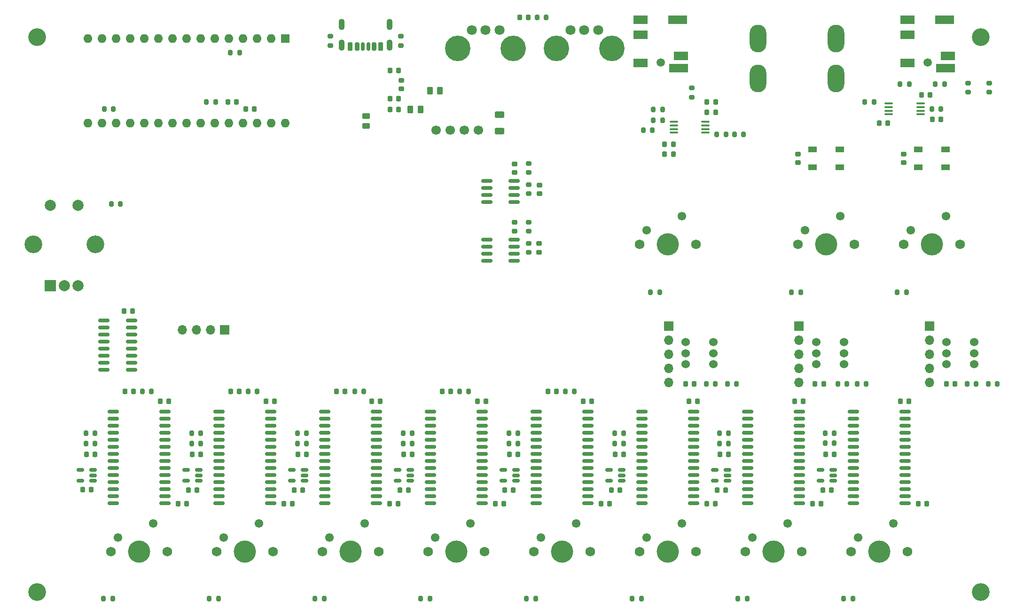
<source format=gts>
G04 #@! TF.GenerationSoftware,KiCad,Pcbnew,(6.0.1)*
G04 #@! TF.CreationDate,2023-03-29T13:18:54+07:00*
G04 #@! TF.ProjectId,ISD1700 sampler_main board,49534431-3730-4302-9073-616d706c6572,rev?*
G04 #@! TF.SameCoordinates,Original*
G04 #@! TF.FileFunction,Soldermask,Top*
G04 #@! TF.FilePolarity,Negative*
%FSLAX46Y46*%
G04 Gerber Fmt 4.6, Leading zero omitted, Abs format (unit mm)*
G04 Created by KiCad (PCBNEW (6.0.1)) date 2023-03-29 13:18:54*
%MOMM*%
%LPD*%
G01*
G04 APERTURE LIST*
G04 Aperture macros list*
%AMRoundRect*
0 Rectangle with rounded corners*
0 $1 Rounding radius*
0 $2 $3 $4 $5 $6 $7 $8 $9 X,Y pos of 4 corners*
0 Add a 4 corners polygon primitive as box body*
4,1,4,$2,$3,$4,$5,$6,$7,$8,$9,$2,$3,0*
0 Add four circle primitives for the rounded corners*
1,1,$1+$1,$2,$3*
1,1,$1+$1,$4,$5*
1,1,$1+$1,$6,$7*
1,1,$1+$1,$8,$9*
0 Add four rect primitives between the rounded corners*
20,1,$1+$1,$2,$3,$4,$5,0*
20,1,$1+$1,$4,$5,$6,$7,0*
20,1,$1+$1,$6,$7,$8,$9,0*
20,1,$1+$1,$8,$9,$2,$3,0*%
G04 Aperture macros list end*
%ADD10RoundRect,0.225000X-0.225000X-0.250000X0.225000X-0.250000X0.225000X0.250000X-0.225000X0.250000X0*%
%ADD11RoundRect,0.200000X0.275000X-0.200000X0.275000X0.200000X-0.275000X0.200000X-0.275000X-0.200000X0*%
%ADD12RoundRect,0.250000X0.450000X-0.262500X0.450000X0.262500X-0.450000X0.262500X-0.450000X-0.262500X0*%
%ADD13RoundRect,0.200000X-0.275000X0.200000X-0.275000X-0.200000X0.275000X-0.200000X0.275000X0.200000X0*%
%ADD14RoundRect,0.225000X0.225000X0.250000X-0.225000X0.250000X-0.225000X-0.250000X0.225000X-0.250000X0*%
%ADD15RoundRect,0.200000X0.200000X0.275000X-0.200000X0.275000X-0.200000X-0.275000X0.200000X-0.275000X0*%
%ADD16RoundRect,0.225000X-0.250000X0.225000X-0.250000X-0.225000X0.250000X-0.225000X0.250000X0.225000X0*%
%ADD17RoundRect,0.200000X-0.200000X-0.275000X0.200000X-0.275000X0.200000X0.275000X-0.200000X0.275000X0*%
%ADD18RoundRect,0.100000X0.637500X0.100000X-0.637500X0.100000X-0.637500X-0.100000X0.637500X-0.100000X0*%
%ADD19RoundRect,0.150000X0.875000X0.150000X-0.875000X0.150000X-0.875000X-0.150000X0.875000X-0.150000X0*%
%ADD20RoundRect,0.150000X0.512500X0.150000X-0.512500X0.150000X-0.512500X-0.150000X0.512500X-0.150000X0*%
%ADD21C,4.000000*%
%ADD22C,1.750000*%
%ADD23C,1.550000*%
%ADD24C,1.500000*%
%ADD25R,2.500000X1.500000*%
%ADD26R,3.400000X1.500000*%
%ADD27C,1.700000*%
%ADD28C,1.524000*%
%ADD29RoundRect,0.250000X0.625000X-0.312500X0.625000X0.312500X-0.625000X0.312500X-0.625000X-0.312500X0*%
%ADD30RoundRect,0.250000X-0.262500X-0.450000X0.262500X-0.450000X0.262500X0.450000X-0.262500X0.450000X0*%
%ADD31RoundRect,0.150000X0.825000X0.150000X-0.825000X0.150000X-0.825000X-0.150000X0.825000X-0.150000X0*%
%ADD32RoundRect,0.225000X0.250000X-0.225000X0.250000X0.225000X-0.250000X0.225000X-0.250000X-0.225000X0*%
%ADD33R,1.600000X1.600000*%
%ADD34O,1.600000X1.600000*%
%ADD35C,3.200000*%
%ADD36R,1.700000X1.700000*%
%ADD37O,1.700000X1.700000*%
%ADD38C,4.600000*%
%ADD39C,1.800000*%
%ADD40R,2.000000X2.000000*%
%ADD41C,2.000000*%
%ADD42R,1.500000X1.000000*%
%ADD43RoundRect,0.150000X-0.825000X-0.150000X0.825000X-0.150000X0.825000X0.150000X-0.825000X0.150000X0*%
%ADD44O,3.000000X5.000000*%
%ADD45RoundRect,0.250000X0.262500X0.450000X-0.262500X0.450000X-0.262500X-0.450000X0.262500X-0.450000X0*%
%ADD46O,1.100000X2.000000*%
%ADD47RoundRect,0.225000X0.225000X0.525000X-0.225000X0.525000X-0.225000X-0.525000X0.225000X-0.525000X0*%
%ADD48RoundRect,0.200000X0.200000X0.550000X-0.200000X0.550000X-0.200000X-0.550000X0.200000X-0.550000X0*%
%ADD49RoundRect,0.175000X0.175000X0.575000X-0.175000X0.575000X-0.175000X-0.575000X0.175000X-0.575000X0*%
G04 APERTURE END LIST*
D10*
G04 #@! TO.C,C27*
X186423000Y-123175000D03*
X187973000Y-123175000D03*
G04 #@! TD*
D11*
G04 #@! TO.C,R10*
X80518000Y-40625000D03*
X80518000Y-38975000D03*
G04 #@! TD*
D12*
G04 #@! TO.C,R48*
X86995000Y-55160000D03*
X86995000Y-53335000D03*
G04 #@! TD*
D13*
G04 #@! TO.C,R8*
X116268000Y-76275000D03*
X116268000Y-77925000D03*
G04 #@! TD*
D10*
G04 #@! TO.C,C40*
X145148000Y-104760000D03*
X146698000Y-104760000D03*
G04 #@! TD*
D14*
G04 #@! TO.C,C36*
X133363000Y-114285000D03*
X131813000Y-114285000D03*
G04 #@! TD*
D15*
G04 #@! TO.C,R29*
X98459000Y-140320000D03*
X96809000Y-140320000D03*
G04 #@! TD*
D16*
G04 #@! TO.C,FB1*
X93345000Y-46915000D03*
X93345000Y-48465000D03*
G04 #@! TD*
D10*
G04 #@! TO.C,C59*
X111959000Y-120762000D03*
X113509000Y-120762000D03*
G04 #@! TD*
G04 #@! TO.C,C31*
X148323000Y-123175000D03*
X149873000Y-123175000D03*
G04 #@! TD*
G04 #@! TO.C,C60*
X93078000Y-120762000D03*
X94628000Y-120762000D03*
G04 #@! TD*
D17*
G04 #@! TO.C,R70*
X74613000Y-110475000D03*
X76263000Y-110475000D03*
G04 #@! TD*
G04 #@! TO.C,R21*
X150151000Y-56641000D03*
X151801000Y-56641000D03*
G04 #@! TD*
D14*
G04 #@! TO.C,C3*
X92850000Y-45150000D03*
X91300000Y-45150000D03*
G04 #@! TD*
D18*
G04 #@! TO.C,U1*
X186885500Y-53030000D03*
X186885500Y-52380000D03*
X186885500Y-51730000D03*
X186885500Y-51080000D03*
X181160500Y-51080000D03*
X181160500Y-51730000D03*
X181160500Y-52380000D03*
X181160500Y-53030000D03*
G04 #@! TD*
D10*
G04 #@! TO.C,C58*
X131178000Y-120762000D03*
X132728000Y-120762000D03*
G04 #@! TD*
G04 #@! TO.C,C41*
X126098000Y-104760000D03*
X127648000Y-104760000D03*
G04 #@! TD*
D19*
G04 #@! TO.C,U8*
X107858000Y-123105000D03*
X107858000Y-121835000D03*
X107858000Y-120565000D03*
X107858000Y-119295000D03*
X107858000Y-118025000D03*
X107858000Y-116755000D03*
X107858000Y-115485000D03*
X107858000Y-114215000D03*
X107858000Y-112945000D03*
X107858000Y-111675000D03*
X107858000Y-110405000D03*
X107858000Y-109135000D03*
X107858000Y-107865000D03*
X107858000Y-106595000D03*
X98558000Y-106595000D03*
X98558000Y-107865000D03*
X98558000Y-109135000D03*
X98558000Y-110405000D03*
X98558000Y-111675000D03*
X98558000Y-112945000D03*
X98558000Y-114215000D03*
X98558000Y-115485000D03*
X98558000Y-116755000D03*
X98558000Y-118025000D03*
X98558000Y-119295000D03*
X98558000Y-120565000D03*
X98558000Y-121835000D03*
X98558000Y-123105000D03*
G04 #@! TD*
D17*
G04 #@! TO.C,R64*
X131763000Y-110475000D03*
X133413000Y-110475000D03*
G04 #@! TD*
D10*
G04 #@! TO.C,C45*
X91173000Y-123175000D03*
X92723000Y-123175000D03*
G04 #@! TD*
G04 #@! TO.C,C28*
X65265000Y-52055000D03*
X66815000Y-52055000D03*
G04 #@! TD*
G04 #@! TO.C,C24*
X148403000Y-50785000D03*
X149953000Y-50785000D03*
G04 #@! TD*
G04 #@! TO.C,C57*
X49898000Y-104760000D03*
X51448000Y-104760000D03*
G04 #@! TD*
G04 #@! TO.C,C38*
X183248000Y-104760000D03*
X184798000Y-104760000D03*
G04 #@! TD*
G04 #@! TO.C,C56*
X68948000Y-104760000D03*
X70498000Y-104760000D03*
G04 #@! TD*
D15*
G04 #@! TO.C,R22*
X174659000Y-140320000D03*
X173009000Y-140320000D03*
G04 #@! TD*
G04 #@! TO.C,R30*
X149923000Y-101585000D03*
X148273000Y-101585000D03*
G04 #@! TD*
G04 #@! TO.C,R37*
X67373000Y-102982000D03*
X65723000Y-102982000D03*
G04 #@! TD*
D14*
G04 #@! TO.C,C42*
X116218000Y-35545000D03*
X114668000Y-35545000D03*
G04 #@! TD*
D20*
G04 #@! TO.C,U17*
X56861500Y-119045000D03*
X56861500Y-118095000D03*
X56861500Y-117145000D03*
X54586500Y-117145000D03*
X54586500Y-119045000D03*
G04 #@! TD*
D21*
G04 #@! TO.C,SW5*
X122258000Y-131850000D03*
D22*
X127338000Y-131850000D03*
D23*
X124798000Y-126770000D03*
X118448000Y-129310000D03*
D22*
X117178000Y-131850000D03*
G04 #@! TD*
D24*
G04 #@! TO.C,J9*
X140096000Y-43680000D03*
D25*
X136446000Y-38680000D03*
X136446000Y-43780000D03*
D26*
X143096000Y-35980000D03*
D25*
X136446000Y-35980000D03*
X143746000Y-42480000D03*
D26*
X143296000Y-44680000D03*
G04 #@! TD*
D18*
G04 #@! TO.C,U2*
X148123500Y-56346000D03*
X148123500Y-55696000D03*
X148123500Y-55046000D03*
X148123500Y-54396000D03*
X142398500Y-54396000D03*
X142398500Y-55046000D03*
X142398500Y-55696000D03*
X142398500Y-56346000D03*
G04 #@! TD*
D17*
G04 #@! TO.C,R62*
X150643000Y-110475000D03*
X152293000Y-110475000D03*
G04 #@! TD*
D20*
G04 #@! TO.C,U21*
X133061500Y-119045000D03*
X133061500Y-118095000D03*
X133061500Y-117145000D03*
X130786500Y-117145000D03*
X130786500Y-119045000D03*
G04 #@! TD*
D27*
G04 #@! TO.C,U3*
X99568000Y-55890000D03*
X102108000Y-55890000D03*
X104648000Y-55890000D03*
X107188000Y-55890000D03*
G04 #@! TD*
D15*
G04 #@! TO.C,R38*
X48294000Y-102982000D03*
X46644000Y-102982000D03*
G04 #@! TD*
D22*
G04 #@! TO.C,SW3*
X89238000Y-131850000D03*
X79078000Y-131850000D03*
D23*
X86698000Y-126770000D03*
X80348000Y-129310000D03*
D21*
X84158000Y-131850000D03*
G04 #@! TD*
D28*
G04 #@! TO.C,SW14*
X144567000Y-94070000D03*
X144567000Y-96070000D03*
X144567000Y-98070000D03*
X149567000Y-94070000D03*
X149567000Y-96070000D03*
X149567000Y-98070000D03*
G04 #@! TD*
D15*
G04 #@! TO.C,R6*
X184848000Y-47610000D03*
X183198000Y-47610000D03*
G04 #@! TD*
D23*
G04 #@! TO.C,SW8*
X175598000Y-129310000D03*
D22*
X174328000Y-131850000D03*
D23*
X181948000Y-126770000D03*
D21*
X179408000Y-131850000D03*
D22*
X184488000Y-131850000D03*
G04 #@! TD*
D15*
G04 #@! TO.C,R33*
X138573000Y-55865000D03*
X136923000Y-55865000D03*
G04 #@! TD*
D29*
G04 #@! TO.C,R14*
X110998000Y-56057500D03*
X110998000Y-53132500D03*
G04 #@! TD*
D19*
G04 #@! TO.C,U10*
X145958000Y-123105000D03*
X145958000Y-121835000D03*
X145958000Y-120565000D03*
X145958000Y-119295000D03*
X145958000Y-118025000D03*
X145958000Y-116755000D03*
X145958000Y-115485000D03*
X145958000Y-114215000D03*
X145958000Y-112945000D03*
X145958000Y-111675000D03*
X145958000Y-110405000D03*
X145958000Y-109135000D03*
X145958000Y-107865000D03*
X145958000Y-106595000D03*
X136658000Y-106595000D03*
X136658000Y-107865000D03*
X136658000Y-109135000D03*
X136658000Y-110405000D03*
X136658000Y-111675000D03*
X136658000Y-112945000D03*
X136658000Y-114215000D03*
X136658000Y-115485000D03*
X136658000Y-116755000D03*
X136658000Y-118025000D03*
X136658000Y-119295000D03*
X136658000Y-120565000D03*
X136658000Y-121835000D03*
X136658000Y-123105000D03*
G04 #@! TD*
D10*
G04 #@! TO.C,C46*
X169278000Y-120762000D03*
X170828000Y-120762000D03*
G04 #@! TD*
D21*
G04 #@! TO.C,SW1*
X46058000Y-131850000D03*
D22*
X51138000Y-131850000D03*
D23*
X42248000Y-129310000D03*
D22*
X40978000Y-131850000D03*
D23*
X48598000Y-126770000D03*
G04 #@! TD*
D10*
G04 #@! TO.C,C61*
X73999000Y-120762000D03*
X75549000Y-120762000D03*
G04 #@! TD*
D15*
G04 #@! TO.C,R71*
X57213000Y-112380000D03*
X55563000Y-112380000D03*
G04 #@! TD*
D17*
G04 #@! TO.C,R3*
X176848000Y-50785000D03*
X178498000Y-50785000D03*
G04 #@! TD*
D21*
G04 #@! TO.C,SW4*
X103208000Y-131850000D03*
D23*
X99398000Y-129310000D03*
X105748000Y-126770000D03*
D22*
X98128000Y-131850000D03*
X108288000Y-131850000D03*
G04 #@! TD*
D17*
G04 #@! TO.C,R72*
X55563000Y-110475000D03*
X57213000Y-110475000D03*
G04 #@! TD*
D30*
G04 #@! TO.C,R47*
X94972500Y-52135000D03*
X96797500Y-52135000D03*
G04 #@! TD*
D28*
G04 #@! TO.C,SW13*
X168062000Y-94070000D03*
X168062000Y-96070000D03*
X168062000Y-98070000D03*
X173062000Y-94070000D03*
X173062000Y-96070000D03*
X173062000Y-98070000D03*
G04 #@! TD*
D15*
G04 #@! TO.C,R67*
X95313000Y-112380000D03*
X93663000Y-112380000D03*
G04 #@! TD*
D17*
G04 #@! TO.C,R58*
X41085000Y-69200000D03*
X42735000Y-69200000D03*
G04 #@! TD*
D15*
G04 #@! TO.C,R24*
X139890000Y-85075000D03*
X138240000Y-85075000D03*
G04 #@! TD*
D13*
G04 #@! TO.C,R49*
X116268000Y-72465000D03*
X116268000Y-74115000D03*
G04 #@! TD*
D31*
G04 #@! TO.C,U14*
X113683000Y-68839500D03*
X113683000Y-67569500D03*
X113683000Y-66299500D03*
X113683000Y-65029500D03*
X108733000Y-65029500D03*
X108733000Y-66299500D03*
X108733000Y-67569500D03*
X108733000Y-68839500D03*
G04 #@! TD*
D32*
G04 #@! TO.C,C19*
X113748000Y-63504500D03*
X113748000Y-61954500D03*
G04 #@! TD*
D20*
G04 #@! TO.C,U18*
X75911500Y-119045000D03*
X75911500Y-118095000D03*
X75911500Y-117145000D03*
X73636500Y-117145000D03*
X73636500Y-119045000D03*
G04 #@! TD*
D15*
G04 #@! TO.C,R65*
X114363000Y-112380000D03*
X112713000Y-112380000D03*
G04 #@! TD*
D10*
G04 #@! TO.C,C63*
X35899000Y-120635000D03*
X37449000Y-120635000D03*
G04 #@! TD*
D15*
G04 #@! TO.C,R35*
X140371000Y-52196000D03*
X138721000Y-52196000D03*
G04 #@! TD*
D10*
G04 #@! TO.C,C26*
X148403000Y-52690000D03*
X149953000Y-52690000D03*
G04 #@! TD*
D14*
G04 #@! TO.C,C44*
X44928000Y-88504000D03*
X43378000Y-88504000D03*
G04 #@! TD*
D15*
G04 #@! TO.C,R69*
X76263000Y-112380000D03*
X74613000Y-112380000D03*
G04 #@! TD*
G04 #@! TO.C,R25*
X165290000Y-85075000D03*
X163640000Y-85075000D03*
G04 #@! TD*
D31*
G04 #@! TO.C,U13*
X113683000Y-79400000D03*
X113683000Y-78130000D03*
X113683000Y-76860000D03*
X113683000Y-75590000D03*
X108733000Y-75590000D03*
X108733000Y-76860000D03*
X108733000Y-78130000D03*
X108733000Y-79400000D03*
G04 #@! TD*
D33*
G04 #@! TO.C,U4*
X72390000Y-39355000D03*
D34*
X69850000Y-39355000D03*
X67310000Y-39355000D03*
X64770000Y-39355000D03*
X62230000Y-39355000D03*
X59690000Y-39355000D03*
X57150000Y-39355000D03*
X54610000Y-39355000D03*
X52070000Y-39355000D03*
X49530000Y-39355000D03*
X46990000Y-39355000D03*
X44450000Y-39355000D03*
X41910000Y-39355000D03*
X39370000Y-39355000D03*
X36830000Y-39355000D03*
X36830000Y-54595000D03*
X39370000Y-54595000D03*
X41910000Y-54595000D03*
X44450000Y-54595000D03*
X46990000Y-54595000D03*
X49530000Y-54595000D03*
X52070000Y-54595000D03*
X54610000Y-54595000D03*
X57150000Y-54595000D03*
X59690000Y-54595000D03*
X62230000Y-54595000D03*
X64770000Y-54595000D03*
X67310000Y-54595000D03*
X69850000Y-54595000D03*
X72390000Y-54595000D03*
G04 #@! TD*
D13*
G04 #@! TO.C,R50*
X116288000Y-61904500D03*
X116288000Y-63554500D03*
G04 #@! TD*
D35*
G04 #@! TO.C,H1*
X27733000Y-39130000D03*
G04 #@! TD*
D14*
G04 #@! TO.C,C11*
X142333000Y-58405000D03*
X140783000Y-58405000D03*
G04 #@! TD*
D36*
G04 #@! TO.C,J2*
X141487500Y-91170000D03*
D37*
X141487500Y-93710000D03*
X141487500Y-96250000D03*
X141487500Y-98790000D03*
X141487500Y-101330000D03*
G04 #@! TD*
D10*
G04 #@! TO.C,C47*
X72123000Y-123175000D03*
X73673000Y-123175000D03*
G04 #@! TD*
D19*
G04 #@! TO.C,U7*
X88808000Y-123105000D03*
X88808000Y-121835000D03*
X88808000Y-120565000D03*
X88808000Y-119295000D03*
X88808000Y-118025000D03*
X88808000Y-116755000D03*
X88808000Y-115485000D03*
X88808000Y-114215000D03*
X88808000Y-112945000D03*
X88808000Y-111675000D03*
X88808000Y-110405000D03*
X88808000Y-109135000D03*
X88808000Y-107865000D03*
X88808000Y-106595000D03*
X79508000Y-106595000D03*
X79508000Y-107865000D03*
X79508000Y-109135000D03*
X79508000Y-110405000D03*
X79508000Y-111675000D03*
X79508000Y-112945000D03*
X79508000Y-114215000D03*
X79508000Y-115485000D03*
X79508000Y-116755000D03*
X79508000Y-118025000D03*
X79508000Y-119295000D03*
X79508000Y-120565000D03*
X79508000Y-121835000D03*
X79508000Y-123105000D03*
G04 #@! TD*
D32*
G04 #@! TO.C,C20*
X118193000Y-67314500D03*
X118193000Y-65764500D03*
G04 #@! TD*
D14*
G04 #@! TO.C,C10*
X142333000Y-60183000D03*
X140783000Y-60183000D03*
G04 #@! TD*
D17*
G04 #@! TO.C,R66*
X112713000Y-110475000D03*
X114363000Y-110475000D03*
G04 #@! TD*
D10*
G04 #@! TO.C,C39*
X164198000Y-104760000D03*
X165748000Y-104760000D03*
G04 #@! TD*
D15*
G04 #@! TO.C,R56*
X136559000Y-140320000D03*
X134909000Y-140320000D03*
G04 #@! TD*
G04 #@! TO.C,R19*
X105444000Y-102982000D03*
X103794000Y-102982000D03*
G04 #@! TD*
D20*
G04 #@! TO.C,U20*
X114011500Y-119045000D03*
X114011500Y-118095000D03*
X114011500Y-117145000D03*
X111736500Y-117145000D03*
X111736500Y-119045000D03*
G04 #@! TD*
D17*
G04 #@! TO.C,R20*
X153326000Y-56641000D03*
X154976000Y-56641000D03*
G04 #@! TD*
D35*
G04 #@! TO.C,H2*
X197733000Y-39130000D03*
G04 #@! TD*
D17*
G04 #@! TO.C,R7*
X189548000Y-47610000D03*
X191198000Y-47610000D03*
G04 #@! TD*
D32*
G04 #@! TO.C,C13*
X113728000Y-74065000D03*
X113728000Y-72515000D03*
G04 #@! TD*
D17*
G04 #@! TO.C,R54*
X169693000Y-110475000D03*
X171343000Y-110475000D03*
G04 #@! TD*
G04 #@! TO.C,R36*
X138721000Y-54101000D03*
X140371000Y-54101000D03*
G04 #@! TD*
D19*
G04 #@! TO.C,U11*
X165008000Y-123105000D03*
X165008000Y-121835000D03*
X165008000Y-120565000D03*
X165008000Y-119295000D03*
X165008000Y-118025000D03*
X165008000Y-116755000D03*
X165008000Y-115485000D03*
X165008000Y-114215000D03*
X165008000Y-112945000D03*
X165008000Y-111675000D03*
X165008000Y-110405000D03*
X165008000Y-109135000D03*
X165008000Y-107865000D03*
X165008000Y-106595000D03*
X155708000Y-106595000D03*
X155708000Y-107865000D03*
X155708000Y-109135000D03*
X155708000Y-110405000D03*
X155708000Y-111675000D03*
X155708000Y-112945000D03*
X155708000Y-114215000D03*
X155708000Y-115485000D03*
X155708000Y-116755000D03*
X155708000Y-118025000D03*
X155708000Y-119295000D03*
X155708000Y-120565000D03*
X155708000Y-121835000D03*
X155708000Y-123105000D03*
G04 #@! TD*
D36*
G04 #@! TO.C,J8*
X61468000Y-91860000D03*
D37*
X58928000Y-91860000D03*
X56388000Y-91860000D03*
X53848000Y-91860000D03*
G04 #@! TD*
D38*
G04 #@! TO.C,RV1*
X121293000Y-41200000D03*
X131293000Y-41200000D03*
D39*
X128793000Y-37900000D03*
X126293000Y-37900000D03*
X123793000Y-37900000D03*
G04 #@! TD*
D19*
G04 #@! TO.C,U9*
X126908000Y-123105000D03*
X126908000Y-121835000D03*
X126908000Y-120565000D03*
X126908000Y-119295000D03*
X126908000Y-118025000D03*
X126908000Y-116755000D03*
X126908000Y-115485000D03*
X126908000Y-114215000D03*
X126908000Y-112945000D03*
X126908000Y-111675000D03*
X126908000Y-110405000D03*
X126908000Y-109135000D03*
X126908000Y-107865000D03*
X126908000Y-106595000D03*
X117608000Y-106595000D03*
X117608000Y-107865000D03*
X117608000Y-109135000D03*
X117608000Y-110405000D03*
X117608000Y-111675000D03*
X117608000Y-112945000D03*
X117608000Y-114215000D03*
X117608000Y-115485000D03*
X117608000Y-116755000D03*
X117608000Y-118025000D03*
X117608000Y-119295000D03*
X117608000Y-120565000D03*
X117608000Y-121835000D03*
X117608000Y-123105000D03*
G04 #@! TD*
D14*
G04 #@! TO.C,C7*
X190513000Y-53960000D03*
X188963000Y-53960000D03*
G04 #@! TD*
G04 #@! TO.C,C16*
X121269000Y-102982000D03*
X119719000Y-102982000D03*
G04 #@! TD*
D15*
G04 #@! TO.C,R15*
X124494000Y-102982000D03*
X122844000Y-102982000D03*
G04 #@! TD*
D14*
G04 #@! TO.C,C51*
X76213000Y-114285000D03*
X74663000Y-114285000D03*
G04 #@! TD*
D15*
G04 #@! TO.C,R23*
X184340000Y-85075000D03*
X182690000Y-85075000D03*
G04 #@! TD*
D14*
G04 #@! TO.C,C25*
X45069000Y-102982000D03*
X43519000Y-102982000D03*
G04 #@! TD*
G04 #@! TO.C,C23*
X64119000Y-102982000D03*
X62569000Y-102982000D03*
G04 #@! TD*
D40*
G04 #@! TO.C,SW15*
X30119000Y-83929000D03*
D41*
X35119000Y-83929000D03*
X32619000Y-83929000D03*
D35*
X38219000Y-76429000D03*
X27019000Y-76429000D03*
D41*
X35119000Y-69429000D03*
X30119000Y-69429000D03*
G04 #@! TD*
D21*
G04 #@! TO.C,SW7*
X160358000Y-131850000D03*
D23*
X156548000Y-129310000D03*
X162898000Y-126770000D03*
D22*
X165438000Y-131850000D03*
X155278000Y-131850000D03*
G04 #@! TD*
D14*
G04 #@! TO.C,C14*
X146063000Y-101585000D03*
X144513000Y-101585000D03*
G04 #@! TD*
D15*
G04 #@! TO.C,R63*
X133413000Y-112380000D03*
X131763000Y-112380000D03*
G04 #@! TD*
D22*
G04 #@! TO.C,SW9*
X136228000Y-76495000D03*
D21*
X141308000Y-76495000D03*
D23*
X143848000Y-71415000D03*
X137498000Y-73955000D03*
D22*
X146388000Y-76495000D03*
G04 #@! TD*
D15*
G04 #@! TO.C,R73*
X38163000Y-112380000D03*
X36513000Y-112380000D03*
G04 #@! TD*
D20*
G04 #@! TO.C,U16*
X37811500Y-119045000D03*
X37811500Y-118095000D03*
X37811500Y-117145000D03*
X35536500Y-117145000D03*
X35536500Y-119045000D03*
G04 #@! TD*
D24*
G04 #@! TO.C,J4*
X188185000Y-43680000D03*
D25*
X184535000Y-38680000D03*
X184535000Y-43780000D03*
D26*
X191185000Y-35980000D03*
D25*
X184535000Y-35980000D03*
X191835000Y-42480000D03*
D26*
X191385000Y-44680000D03*
G04 #@! TD*
D13*
G04 #@! TO.C,R51*
X116288000Y-65714500D03*
X116288000Y-67364500D03*
G04 #@! TD*
D42*
G04 #@! TO.C,D9*
X167433000Y-59345000D03*
X167433000Y-62545000D03*
X172333000Y-62545000D03*
X172333000Y-59345000D03*
G04 #@! TD*
D15*
G04 #@! TO.C,R2*
X190563000Y-52055000D03*
X188913000Y-52055000D03*
G04 #@! TD*
D19*
G04 #@! TO.C,U12*
X184058000Y-123105000D03*
X184058000Y-121835000D03*
X184058000Y-120565000D03*
X184058000Y-119295000D03*
X184058000Y-118025000D03*
X184058000Y-116755000D03*
X184058000Y-115485000D03*
X184058000Y-114215000D03*
X184058000Y-112945000D03*
X184058000Y-111675000D03*
X184058000Y-110405000D03*
X184058000Y-109135000D03*
X184058000Y-107865000D03*
X184058000Y-106595000D03*
X174758000Y-106595000D03*
X174758000Y-107865000D03*
X174758000Y-109135000D03*
X174758000Y-110405000D03*
X174758000Y-111675000D03*
X174758000Y-112945000D03*
X174758000Y-114215000D03*
X174758000Y-115485000D03*
X174758000Y-116755000D03*
X174758000Y-118025000D03*
X174758000Y-119295000D03*
X174758000Y-120565000D03*
X174758000Y-121835000D03*
X174758000Y-123105000D03*
G04 #@! TD*
D17*
G04 #@! TO.C,R75*
X62548000Y-41895000D03*
X64198000Y-41895000D03*
G04 #@! TD*
D15*
G04 #@! TO.C,R61*
X152293000Y-112380000D03*
X150643000Y-112380000D03*
G04 #@! TD*
D14*
G04 #@! TO.C,C50*
X95263000Y-114285000D03*
X93713000Y-114285000D03*
G04 #@! TD*
D10*
G04 #@! TO.C,C29*
X167373000Y-123175000D03*
X168923000Y-123175000D03*
G04 #@! TD*
D11*
G04 #@! TO.C,R9*
X93218000Y-40625000D03*
X93218000Y-38975000D03*
G04 #@! TD*
G04 #@! TO.C,R1*
X199263000Y-49070000D03*
X199263000Y-47420000D03*
G04 #@! TD*
D10*
G04 #@! TO.C,C43*
X110223000Y-123175000D03*
X111773000Y-123175000D03*
G04 #@! TD*
D20*
G04 #@! TO.C,U23*
X171161500Y-119045000D03*
X171161500Y-118095000D03*
X171161500Y-117145000D03*
X168886500Y-117145000D03*
X168886500Y-119045000D03*
G04 #@! TD*
D10*
G04 #@! TO.C,C49*
X53073000Y-123175000D03*
X54623000Y-123175000D03*
G04 #@! TD*
D15*
G04 #@! TO.C,R28*
X79409000Y-140320000D03*
X77759000Y-140320000D03*
G04 #@! TD*
D43*
G04 #@! TO.C,U15*
X39773000Y-90155000D03*
X39773000Y-91425000D03*
X39773000Y-92695000D03*
X39773000Y-93965000D03*
X39773000Y-95235000D03*
X39773000Y-96505000D03*
X39773000Y-97775000D03*
X39773000Y-99045000D03*
X44723000Y-99045000D03*
X44723000Y-97775000D03*
X44723000Y-96505000D03*
X44723000Y-95235000D03*
X44723000Y-93965000D03*
X44723000Y-92695000D03*
X44723000Y-91425000D03*
X44723000Y-90155000D03*
G04 #@! TD*
D20*
G04 #@! TO.C,U22*
X152111500Y-119045000D03*
X152111500Y-118095000D03*
X152111500Y-117145000D03*
X149836500Y-117145000D03*
X149836500Y-119045000D03*
G04 #@! TD*
D17*
G04 #@! TO.C,R59*
X39815000Y-52055000D03*
X41465000Y-52055000D03*
G04 #@! TD*
D14*
G04 #@! TO.C,C21*
X83169000Y-102982000D03*
X81619000Y-102982000D03*
G04 #@! TD*
D36*
G04 #@! TO.C,J1*
X188477500Y-91170000D03*
D37*
X188477500Y-93710000D03*
X188477500Y-96250000D03*
X188477500Y-98790000D03*
X188477500Y-101330000D03*
G04 #@! TD*
D15*
G04 #@! TO.C,R53*
X171343000Y-112310000D03*
X169693000Y-112310000D03*
G04 #@! TD*
G04 #@! TO.C,R52*
X173608000Y-101585000D03*
X171958000Y-101585000D03*
G04 #@! TD*
D21*
G04 #@! TO.C,SW10*
X169883000Y-76495000D03*
D23*
X172423000Y-71415000D03*
D22*
X174963000Y-76495000D03*
X164803000Y-76495000D03*
D23*
X166073000Y-73955000D03*
G04 #@! TD*
D44*
G04 #@! TO.C,J5*
X171625000Y-46615000D03*
X171625000Y-39365000D03*
X157625000Y-46615000D03*
X157625000Y-39365000D03*
G04 #@! TD*
D15*
G04 #@! TO.C,R11*
X196913000Y-101585000D03*
X195263000Y-101585000D03*
G04 #@! TD*
D14*
G04 #@! TO.C,C52*
X57163000Y-114285000D03*
X55613000Y-114285000D03*
G04 #@! TD*
D10*
G04 #@! TO.C,C32*
X187058000Y-49515000D03*
X188608000Y-49515000D03*
G04 #@! TD*
D15*
G04 #@! TO.C,R13*
X153733000Y-101585000D03*
X152083000Y-101585000D03*
G04 #@! TD*
D38*
G04 #@! TO.C,RV2*
X113513000Y-41200000D03*
X103513000Y-41200000D03*
D39*
X111013000Y-37900000D03*
X108513000Y-37900000D03*
X106013000Y-37900000D03*
G04 #@! TD*
D17*
G04 #@! TO.C,R68*
X93663000Y-110475000D03*
X95313000Y-110475000D03*
G04 #@! TD*
D10*
G04 #@! TO.C,C30*
X62090000Y-50785000D03*
X63640000Y-50785000D03*
G04 #@! TD*
D16*
G04 #@! TO.C,C64*
X164803000Y-60170000D03*
X164803000Y-61720000D03*
G04 #@! TD*
D45*
G04 #@! TO.C,R31*
X100310500Y-48810000D03*
X98485500Y-48810000D03*
G04 #@! TD*
D14*
G04 #@! TO.C,C18*
X102219000Y-102982000D03*
X100669000Y-102982000D03*
G04 #@! TD*
D15*
G04 #@! TO.C,R60*
X119443000Y-35545000D03*
X117793000Y-35545000D03*
G04 #@! TD*
D10*
G04 #@! TO.C,C33*
X129273000Y-123175000D03*
X130823000Y-123175000D03*
G04 #@! TD*
D15*
G04 #@! TO.C,R17*
X59880000Y-50785000D03*
X58230000Y-50785000D03*
G04 #@! TD*
G04 #@! TO.C,R32*
X86584000Y-102982000D03*
X84934000Y-102982000D03*
G04 #@! TD*
D10*
G04 #@! TO.C,C55*
X87998000Y-104760000D03*
X89548000Y-104760000D03*
G04 #@! TD*
D15*
G04 #@! TO.C,R55*
X117509000Y-140320000D03*
X115859000Y-140320000D03*
G04 #@! TD*
D46*
G04 #@! TO.C,J3*
X82568000Y-36860000D03*
X82568000Y-40560000D03*
X91208000Y-40560000D03*
X91208000Y-36860000D03*
D47*
X84138000Y-40810000D03*
D48*
X85368000Y-40810000D03*
D49*
X86388000Y-40810000D03*
X87388000Y-40810000D03*
D48*
X88408000Y-40810000D03*
D47*
X89638000Y-40810000D03*
G04 #@! TD*
D32*
G04 #@! TO.C,C12*
X118173000Y-77875000D03*
X118173000Y-76325000D03*
G04 #@! TD*
D36*
G04 #@! TO.C,J6*
X164982500Y-91170000D03*
D37*
X164982500Y-93710000D03*
X164982500Y-96250000D03*
X164982500Y-98790000D03*
X164982500Y-101330000D03*
G04 #@! TD*
D21*
G04 #@! TO.C,SW6*
X141308000Y-131850000D03*
D22*
X146388000Y-131850000D03*
D23*
X137498000Y-129310000D03*
X143848000Y-126770000D03*
D22*
X136228000Y-131850000D03*
G04 #@! TD*
D17*
G04 #@! TO.C,R74*
X36513000Y-110475000D03*
X38163000Y-110475000D03*
G04 #@! TD*
D14*
G04 #@! TO.C,C4*
X92850000Y-50230000D03*
X91300000Y-50230000D03*
G04 #@! TD*
D19*
G04 #@! TO.C,U5*
X50708000Y-123105000D03*
X50708000Y-121835000D03*
X50708000Y-120565000D03*
X50708000Y-119295000D03*
X50708000Y-118025000D03*
X50708000Y-116755000D03*
X50708000Y-115485000D03*
X50708000Y-114215000D03*
X50708000Y-112945000D03*
X50708000Y-111675000D03*
X50708000Y-110405000D03*
X50708000Y-109135000D03*
X50708000Y-107865000D03*
X50708000Y-106595000D03*
X41408000Y-106595000D03*
X41408000Y-107865000D03*
X41408000Y-109135000D03*
X41408000Y-110405000D03*
X41408000Y-111675000D03*
X41408000Y-112945000D03*
X41408000Y-114215000D03*
X41408000Y-115485000D03*
X41408000Y-116755000D03*
X41408000Y-118025000D03*
X41408000Y-119295000D03*
X41408000Y-120565000D03*
X41408000Y-121835000D03*
X41408000Y-123105000D03*
G04 #@! TD*
D15*
G04 #@! TO.C,R5*
X200723000Y-101585000D03*
X199073000Y-101585000D03*
G04 #@! TD*
D19*
G04 #@! TO.C,U6*
X69758000Y-123105000D03*
X69758000Y-121835000D03*
X69758000Y-120565000D03*
X69758000Y-119295000D03*
X69758000Y-118025000D03*
X69758000Y-116755000D03*
X69758000Y-115485000D03*
X69758000Y-114215000D03*
X69758000Y-112945000D03*
X69758000Y-111675000D03*
X69758000Y-110405000D03*
X69758000Y-109135000D03*
X69758000Y-107865000D03*
X69758000Y-106595000D03*
X60458000Y-106595000D03*
X60458000Y-107865000D03*
X60458000Y-109135000D03*
X60458000Y-110405000D03*
X60458000Y-111675000D03*
X60458000Y-112945000D03*
X60458000Y-114215000D03*
X60458000Y-115485000D03*
X60458000Y-116755000D03*
X60458000Y-118025000D03*
X60458000Y-119295000D03*
X60458000Y-120565000D03*
X60458000Y-121835000D03*
X60458000Y-123105000D03*
G04 #@! TD*
D14*
G04 #@! TO.C,C35*
X152243000Y-114285000D03*
X150693000Y-114285000D03*
G04 #@! TD*
D42*
G04 #@! TO.C,D10*
X186483000Y-59345000D03*
X186483000Y-62545000D03*
X191383000Y-62545000D03*
X191383000Y-59345000D03*
G04 #@! TD*
D20*
G04 #@! TO.C,U19*
X94961500Y-119045000D03*
X94961500Y-118095000D03*
X94961500Y-117145000D03*
X92686500Y-117145000D03*
X92686500Y-119045000D03*
G04 #@! TD*
D14*
G04 #@! TO.C,C53*
X38113000Y-114285000D03*
X36563000Y-114285000D03*
G04 #@! TD*
G04 #@! TO.C,C5*
X92850000Y-52135000D03*
X91300000Y-52135000D03*
G04 #@! TD*
G04 #@! TO.C,C9*
X169418000Y-101585000D03*
X167868000Y-101585000D03*
G04 #@! TD*
D10*
G04 #@! TO.C,C62*
X54978000Y-120762000D03*
X56528000Y-120762000D03*
G04 #@! TD*
D15*
G04 #@! TO.C,R57*
X155609000Y-140320000D03*
X153959000Y-140320000D03*
G04 #@! TD*
D10*
G04 #@! TO.C,C54*
X107048000Y-104760000D03*
X108598000Y-104760000D03*
G04 #@! TD*
D11*
G04 #@! TO.C,R4*
X195453000Y-49070000D03*
X195453000Y-47420000D03*
G04 #@! TD*
D14*
G04 #@! TO.C,C1*
X193053000Y-101585000D03*
X191503000Y-101585000D03*
G04 #@! TD*
D23*
G04 #@! TO.C,SW11*
X191473000Y-71415000D03*
X185123000Y-73955000D03*
D22*
X183853000Y-76495000D03*
X194013000Y-76495000D03*
D21*
X188933000Y-76495000D03*
G04 #@! TD*
D14*
G04 #@! TO.C,C37*
X114313000Y-114285000D03*
X112763000Y-114285000D03*
G04 #@! TD*
D15*
G04 #@! TO.C,R27*
X60359000Y-140320000D03*
X58709000Y-140320000D03*
G04 #@! TD*
D28*
G04 #@! TO.C,SW12*
X191557000Y-94070000D03*
X191557000Y-96070000D03*
X191557000Y-98070000D03*
X196557000Y-94070000D03*
X196557000Y-96070000D03*
X196557000Y-98070000D03*
G04 #@! TD*
D11*
G04 #@! TO.C,R16*
X145669000Y-49959000D03*
X145669000Y-48309000D03*
G04 #@! TD*
D14*
G04 #@! TO.C,C34*
X171293000Y-114285000D03*
X169743000Y-114285000D03*
G04 #@! TD*
D10*
G04 #@! TO.C,C48*
X150228000Y-120762000D03*
X151778000Y-120762000D03*
G04 #@! TD*
D35*
G04 #@! TO.C,H3*
X27733000Y-139130000D03*
G04 #@! TD*
D15*
G04 #@! TO.C,R26*
X41309000Y-140320000D03*
X39659000Y-140320000D03*
G04 #@! TD*
G04 #@! TO.C,R12*
X177102000Y-101585000D03*
X175452000Y-101585000D03*
G04 #@! TD*
D16*
G04 #@! TO.C,C65*
X183853000Y-60170000D03*
X183853000Y-61720000D03*
G04 #@! TD*
D35*
G04 #@! TO.C,H4*
X197733000Y-139130000D03*
G04 #@! TD*
D23*
G04 #@! TO.C,SW2*
X61298000Y-129310000D03*
D22*
X60028000Y-131850000D03*
D21*
X65108000Y-131850000D03*
D23*
X67648000Y-126770000D03*
D22*
X70188000Y-131850000D03*
G04 #@! TD*
D14*
G04 #@! TO.C,C15*
X180988000Y-54595000D03*
X179438000Y-54595000D03*
G04 #@! TD*
M02*

</source>
